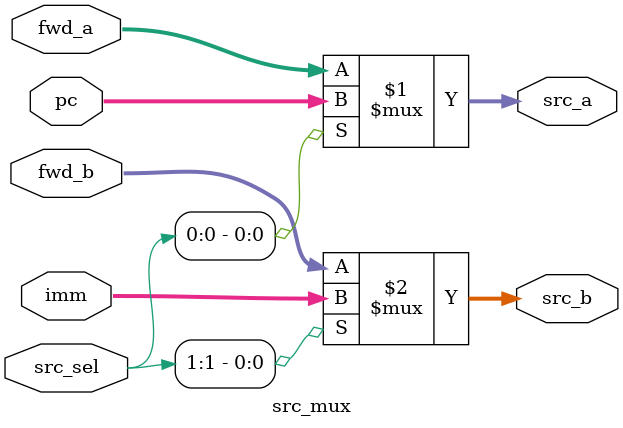
<source format=sv>
module src_mux(
    input logic[31:0] fwd_a,
    input logic[31:0] fwd_b,
    input logic[31:0] pc,
    input logic[31:0] imm,
    input logic[1:0] src_sel,
    output logic[31:0] src_a,
    output logic[31:0] src_b
);
    assign src_a = src_sel[0] ? pc : fwd_a;
    assign src_b = src_sel[1] ? imm : fwd_b;
endmodule

</source>
